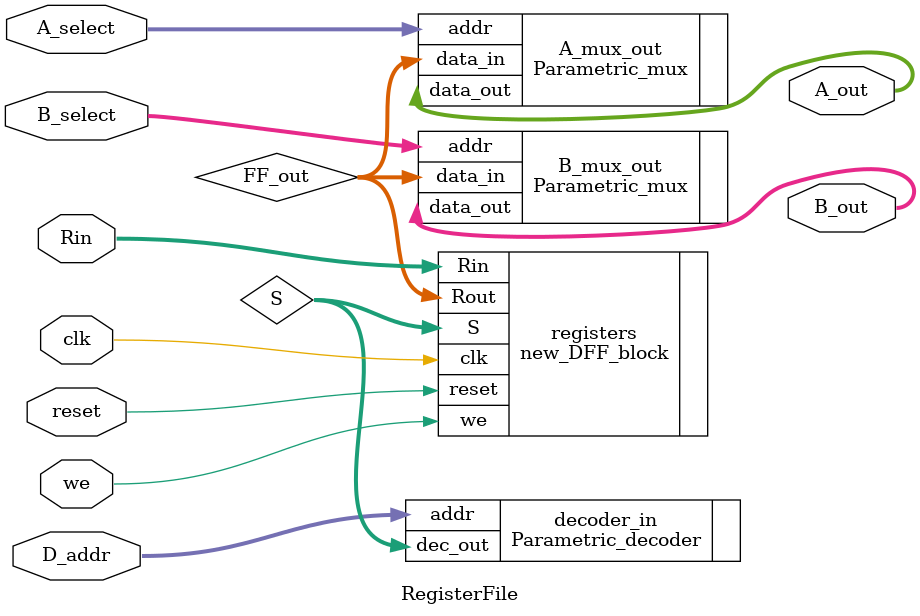
<source format=v>
`timescale 1ns / 1ps

module RegisterFile#(parameter mem_width = 32, parameter mem_depth = 32)(
    input clk,
    input reset,
    input we,
    input [mem_width-1 : 0] Rin,
    input [$clog2(mem_depth)-1 : 0] A_select,
	input [$clog2(mem_depth)-1 : 0] B_select,
	input [$clog2(mem_depth)-1 : 0] D_addr,
    output [mem_width-1 : 0] A_out,
	output [mem_width-1 : 0] B_out);
   
    wire [mem_depth-1:0] S;
    wire [mem_width*mem_depth-1:0] FF_out;
    
    defparam decoder_in.mem_depth = mem_depth;
    defparam registers.mem_depth = mem_depth;
    defparam A_mux_out.mem_depth = mem_depth;
	defparam B_mux_out.mem_depth = mem_depth;
    
    defparam registers.mem_width = mem_width;
    defparam A_mux_out.mem_width = mem_width;
	defparam B_mux_out.mem_width = mem_width;
    
    Parametric_decoder decoder_in(
        .addr(D_addr),
        .dec_out(S));
    
 /*   D_FF_block registers(
        .clk(clk),
        .reset(reset),
        .Rin(Rin),
        .we(we),
        .S(S),
        .Rout(FF_out));
*/
    new_DFF_block registers(
        .clk(clk),
        .reset(reset),
        .Rin(Rin),
        .we(we),
        .S(S),
        .Rout(FF_out));
    Parametric_mux A_mux_out(
        .addr(A_select),
        .data_in(FF_out),
        .data_out(A_out));
	
    Parametric_mux B_mux_out(
        .addr(B_select),
        .data_in(FF_out),
        .data_out(B_out));
		
endmodule


</source>
